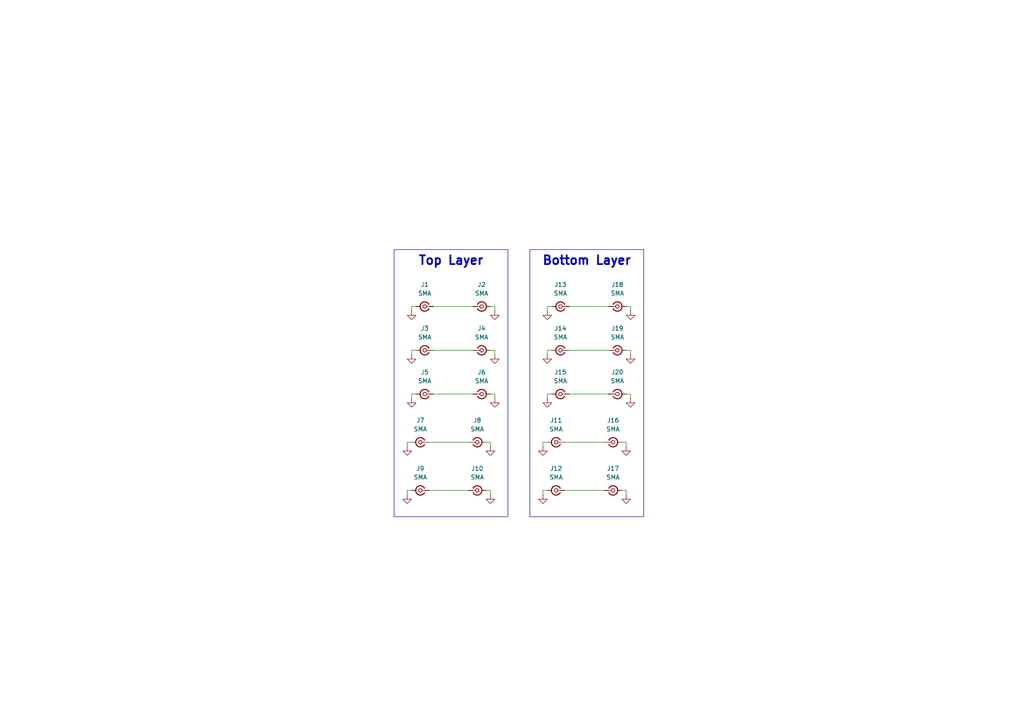
<source format=kicad_sch>
(kicad_sch (version 20250114) (generator "eeschema") (generator_version "9.0")
  (paper "A4")
  (lib_symbols
    (symbol "Connector:Conn_Coaxial_Small" (pin_numbers (hide yes)) (pin_names (offset 1.016) (hide yes))
      (property "Reference" "J" (at 0.254 3.048 0))
      (property "Value" "Conn_Coaxial_Small" (at 0 -3.81 0))
      (symbol "Conn_Coaxial_Small_0_1"
        (polyline (pts (xy -2.54 0) (xy -0.508 0)))
        (circle (center 0 0) (radius 0.508) (stroke (width 0.2032)))
      )
      (symbol "Conn_Coaxial_Small_1_1"
        (arc (start 1.3484 0.0039) (mid 0.327 -1.308) (end -1.1916 -0.6311) (stroke (width 0.3048)))
        (arc (start -1.1916 0.6311) (mid 0.327 1.3081) (end 1.3484 -0.0039) (stroke (width 0.3048)))
        (pin passive line (at -2.54 0 0) (length 1.27) (name "In") (number "1"))
        (pin passive line (at 2.54 0 180) (length 1.27) (name "Ext") (number "2"))
      )
    )
    (symbol "power:GND" (power) (pin_numbers (hide yes)) (pin_names (offset 0) (hide yes))
      (property "Value" "GND" (at 0 -3.81 0))
      (symbol "GND_0_1"
        (polyline (pts (xy 0 0) (xy 0 -1.27) (xy 1.27 -1.27) (xy 0 -2.54) (xy -1.27 -1.27) (xy 0 -1.27)))
      )
      (symbol "GND_1_1"
        (pin power_in line (at 0 0 270) (length 0) (name "~") (number "1"))
      )
    )
  )
  (rectangle (start 153.67 72.39) (end 186.69 149.86))
  (rectangle (start 114.3 72.39) (end 147.32 149.86))
  (text "Bottom Layer" (at 170.18 75.692 0) (effects (font (size 2.54 2.54) (thickness 0.508) (bold yes))))
  (text "Top Layer" (at 130.81 75.692 0) (effects (font (size 2.54 2.54) (thickness 0.508) (bold yes))))
  (wire (pts (xy 182.88 88.9) (xy 181.61 88.9)))
  (wire (pts (xy 119.38 101.6) (xy 120.65 101.6)))
  (wire (pts (xy 119.38 114.3) (xy 120.65 114.3)))
  (wire (pts (xy 125.73 101.6) (xy 137.16 101.6)))
  (wire (pts (xy 118.11 143.51) (xy 118.11 142.24)))
  (wire (pts (xy 182.88 101.6) (xy 181.61 101.6)))
  (wire (pts (xy 165.1 114.3) (xy 176.53 114.3)))
  (wire (pts (xy 182.88 114.3) (xy 181.61 114.3)))
  (wire (pts (xy 125.73 114.3) (xy 137.16 114.3)))
  (wire (pts (xy 157.48 142.24) (xy 158.75 142.24)))
  (wire (pts (xy 158.75 114.3) (xy 160.02 114.3)))
  (wire (pts (xy 163.83 142.24) (xy 175.26 142.24)))
  (wire (pts (xy 119.38 88.9) (xy 120.65 88.9)))
  (wire (pts (xy 165.1 88.9) (xy 176.53 88.9)))
  (wire (pts (xy 143.51 101.6) (xy 142.24 101.6)))
  (wire (pts (xy 181.61 128.27) (xy 181.61 129.54)))
  (wire (pts (xy 142.24 142.24) (xy 140.97 142.24)))
  (wire (pts (xy 118.11 128.27) (xy 119.38 128.27)))
  (wire (pts (xy 143.51 114.3) (xy 143.51 115.57)))
  (wire (pts (xy 158.75 102.87) (xy 158.75 101.6)))
  (wire (pts (xy 157.48 128.27) (xy 158.75 128.27)))
  (wire (pts (xy 118.11 142.24) (xy 119.38 142.24)))
  (wire (pts (xy 119.38 102.87) (xy 119.38 101.6)))
  (wire (pts (xy 165.1 101.6) (xy 176.53 101.6)))
  (wire (pts (xy 143.51 114.3) (xy 142.24 114.3)))
  (wire (pts (xy 124.46 142.24) (xy 135.89 142.24)))
  (wire (pts (xy 181.61 128.27) (xy 180.34 128.27)))
  (wire (pts (xy 158.75 90.17) (xy 158.75 88.9)))
  (wire (pts (xy 143.51 88.9) (xy 142.24 88.9)))
  (wire (pts (xy 158.75 115.57) (xy 158.75 114.3)))
  (wire (pts (xy 124.46 128.27) (xy 135.89 128.27)))
  (wire (pts (xy 125.73 88.9) (xy 137.16 88.9)))
  (wire (pts (xy 143.51 88.9) (xy 143.51 90.17)))
  (wire (pts (xy 157.48 129.54) (xy 157.48 128.27)))
  (wire (pts (xy 143.51 101.6) (xy 143.51 102.87)))
  (wire (pts (xy 182.88 114.3) (xy 182.88 115.57)))
  (wire (pts (xy 142.24 142.24) (xy 142.24 143.51)))
  (wire (pts (xy 119.38 115.57) (xy 119.38 114.3)))
  (wire (pts (xy 142.24 128.27) (xy 142.24 129.54)))
  (wire (pts (xy 158.75 88.9) (xy 160.02 88.9)))
  (wire (pts (xy 182.88 88.9) (xy 182.88 90.17)))
  (wire (pts (xy 142.24 128.27) (xy 140.97 128.27)))
  (wire (pts (xy 118.11 129.54) (xy 118.11 128.27)))
  (wire (pts (xy 119.38 90.17) (xy 119.38 88.9)))
  (wire (pts (xy 157.48 143.51) (xy 157.48 142.24)))
  (wire (pts (xy 181.61 142.24) (xy 180.34 142.24)))
  (wire (pts (xy 163.83 128.27) (xy 175.26 128.27)))
  (wire (pts (xy 181.61 142.24) (xy 181.61 143.51)))
  (wire (pts (xy 158.75 101.6) (xy 160.02 101.6)))
  (wire (pts (xy 182.88 101.6) (xy 182.88 102.87)))
  (symbol (lib_id "power:GND") (at 158.75 102.87 0) (unit 1)
    (property "Reference" "#PWR014" (effects (hide yes)))
    (property "Value" "GND" (effects (hide yes)))
    (property "Description" "Power symbol creates a global label with name \"GND\" , ground" (effects (hide yes)))
  )
  (symbol (lib_id "power:GND") (at 143.51 102.87 0) (unit 1)
    (property "Reference" "#PWR04" (effects (hide yes)))
    (property "Value" "GND" (effects (hide yes)))
    (property "Description" "Power symbol creates a global label with name \"GND\" , ground" (effects (hide yes)))
  )
  (symbol (lib_id "power:GND") (at 158.75 90.17 0) (unit 1)
    (property "Reference" "#PWR013" (effects (hide yes)))
    (property "Value" "GND" (effects (hide yes)))
    (property "Description" "Power symbol creates a global label with name \"GND\" , ground" (effects (hide yes)))
  )
  (symbol (lib_id "power:GND") (at 181.61 129.54 0) (unit 1)
    (property "Reference" "#PWR016" (effects (hide yes)))
    (property "Value" "GND" (effects (hide yes)))
    (property "Description" "Power symbol creates a global label with name \"GND\" , ground" (effects (hide yes)))
  )
  (symbol (lib_id "power:GND") (at 119.38 90.17 0) (unit 1)
    (property "Reference" "#PWR02" (effects (hide yes)))
    (property "Value" "GND" (effects (hide yes)))
    (property "Description" "Power symbol creates a global label with name \"GND\" , ground" (effects (hide yes)))
  )
  (symbol (lib_id "Connector:Conn_Coaxial_Small") (at 161.29 128.27 180) (unit 1)
    (property "Reference" "J11" (at 161.29 121.92 0))
    (property "Value" "SMA" (at 161.29 124.46 0))
    (property "Footprint" "Connector_Coaxial:SMA_Samtec_SMA-J-P-H-ST-EM1_EdgeMount" (effects (hide yes)))
    (property "Description" "small coaxial connector (BNC, SMA, SMB, SMC, Cinch/RCA, LEMO, ...)" (effects (hide yes)))
  )
  (symbol (lib_id "power:GND") (at 142.24 143.51 0) (unit 1)
    (property "Reference" "#PWR010" (effects (hide yes)))
    (property "Value" "GND" (effects (hide yes)))
    (property "Description" "Power symbol creates a global label with name \"GND\" , ground" (effects (hide yes)))
  )
  (symbol (lib_id "Connector:Conn_Coaxial_Small") (at 139.7 114.3 0) (unit 1)
    (property "Reference" "J6" (at 139.7 107.95 0))
    (property "Value" "SMA" (at 139.7 110.49 0))
    (property "Footprint" "Connector_Coaxial:SMA_Samtec_SMA-J-P-H-ST-EM1_EdgeMount" (effects (hide yes)))
    (property "Description" "small coaxial connector (BNC, SMA, SMB, SMC, Cinch/RCA, LEMO, ...)" (effects (hide yes)))
  )
  (symbol (lib_id "power:GND") (at 143.51 90.17 0) (unit 1)
    (property "Reference" "#PWR01" (effects (hide yes)))
    (property "Value" "GND" (effects (hide yes)))
    (property "Description" "Power symbol creates a global label with name \"GND\" , ground" (effects (hide yes)))
  )
  (symbol (lib_id "Connector:Conn_Coaxial_Small") (at 123.19 88.9 180) (unit 1)
    (property "Reference" "J1" (at 123.19 82.55 0))
    (property "Value" "SMA" (at 123.19 85.09 0))
    (property "Footprint" "Connector_Coaxial:SMA_Samtec_SMA-J-P-H-ST-EM1_EdgeMount" (effects (hide yes)))
    (property "Description" "small coaxial connector (BNC, SMA, SMB, SMC, Cinch/RCA, LEMO, ...)" (effects (hide yes)))
  )
  (symbol (lib_id "power:GND") (at 157.48 129.54 0) (unit 1)
    (property "Reference" "#PWR011" (effects (hide yes)))
    (property "Value" "GND" (effects (hide yes)))
    (property "Description" "Power symbol creates a global label with name \"GND\" , ground" (effects (hide yes)))
  )
  (symbol (lib_id "Connector:Conn_Coaxial_Small") (at 179.07 114.3 0) (unit 1)
    (property "Reference" "J20" (at 179.07 107.95 0))
    (property "Value" "SMA" (at 179.07 110.49 0))
    (property "Footprint" "Connector_Coaxial:SMA_Samtec_SMA-J-P-H-ST-EM1_EdgeMount" (effects (hide yes)))
    (property "Description" "small coaxial connector (BNC, SMA, SMB, SMC, Cinch/RCA, LEMO, ...)" (effects (hide yes)))
  )
  (symbol (lib_id "Connector:Conn_Coaxial_Small") (at 139.7 88.9 0) (unit 1)
    (property "Reference" "J2" (at 139.7 82.55 0))
    (property "Value" "SMA" (at 139.7 85.09 0))
    (property "Footprint" "Connector_Coaxial:SMA_Samtec_SMA-J-P-H-ST-EM1_EdgeMount" (effects (hide yes)))
    (property "Description" "small coaxial connector (BNC, SMA, SMB, SMC, Cinch/RCA, LEMO, ...)" (effects (hide yes)))
  )
  (symbol (lib_id "power:GND") (at 182.88 102.87 0) (unit 1)
    (property "Reference" "#PWR019" (effects (hide yes)))
    (property "Value" "GND" (effects (hide yes)))
    (property "Description" "Power symbol creates a global label with name \"GND\" , ground" (effects (hide yes)))
  )
  (symbol (lib_id "power:GND") (at 158.75 115.57 0) (unit 1)
    (property "Reference" "#PWR015" (effects (hide yes)))
    (property "Value" "GND" (effects (hide yes)))
    (property "Description" "Power symbol creates a global label with name \"GND\" , ground" (effects (hide yes)))
  )
  (symbol (lib_id "Connector:Conn_Coaxial_Small") (at 179.07 101.6 0) (unit 1)
    (property "Reference" "J19" (at 179.07 95.25 0))
    (property "Value" "SMA" (at 179.07 97.79 0))
    (property "Footprint" "Connector_Coaxial:SMA_Samtec_SMA-J-P-H-ST-EM1_EdgeMount" (effects (hide yes)))
    (property "Description" "small coaxial connector (BNC, SMA, SMB, SMC, Cinch/RCA, LEMO, ...)" (effects (hide yes)))
  )
  (symbol (lib_id "Connector:Conn_Coaxial_Small") (at 139.7 101.6 0) (unit 1)
    (property "Reference" "J4" (at 139.7 95.25 0))
    (property "Value" "SMA" (at 139.7 97.79 0))
    (property "Footprint" "Connector_Coaxial:SMA_Samtec_SMA-J-P-H-ST-EM1_EdgeMount" (effects (hide yes)))
    (property "Description" "small coaxial connector (BNC, SMA, SMB, SMC, Cinch/RCA, LEMO, ...)" (effects (hide yes)))
  )
  (symbol (lib_id "Connector:Conn_Coaxial_Small") (at 123.19 101.6 180) (unit 1)
    (property "Reference" "J3" (at 123.19 95.25 0))
    (property "Value" "SMA" (at 123.19 97.79 0))
    (property "Footprint" "Connector_Coaxial:SMA_Samtec_SMA-J-P-H-ST-EM1_EdgeMount" (effects (hide yes)))
    (property "Description" "small coaxial connector (BNC, SMA, SMB, SMC, Cinch/RCA, LEMO, ...)" (effects (hide yes)))
  )
  (symbol (lib_id "Connector:Conn_Coaxial_Small") (at 177.8 128.27 0) (unit 1)
    (property "Reference" "J16" (at 177.8 121.92 0))
    (property "Value" "SMA" (at 177.8 124.46 0))
    (property "Footprint" "Connector_Coaxial:SMA_Samtec_SMA-J-P-H-ST-EM1_EdgeMount" (effects (hide yes)))
    (property "Description" "small coaxial connector (BNC, SMA, SMB, SMC, Cinch/RCA, LEMO, ...)" (effects (hide yes)))
  )
  (symbol (lib_id "power:GND") (at 142.24 129.54 0) (unit 1)
    (property "Reference" "#PWR08" (effects (hide yes)))
    (property "Value" "GND" (effects (hide yes)))
    (property "Description" "Power symbol creates a global label with name \"GND\" , ground" (effects (hide yes)))
  )
  (symbol (lib_id "Connector:Conn_Coaxial_Small") (at 161.29 142.24 180) (unit 1)
    (property "Reference" "J12" (at 161.29 135.89 0))
    (property "Value" "SMA" (at 161.29 138.43 0))
    (property "Footprint" "Connector_Coaxial:SMA_Samtec_SMA-J-P-H-ST-EM1_EdgeMount" (effects (hide yes)))
    (property "Description" "small coaxial connector (BNC, SMA, SMB, SMC, Cinch/RCA, LEMO, ...)" (effects (hide yes)))
  )
  (symbol (lib_id "Connector:Conn_Coaxial_Small") (at 162.56 88.9 180) (unit 1)
    (property "Reference" "J13" (at 162.56 82.55 0))
    (property "Value" "SMA" (at 162.56 85.09 0))
    (property "Footprint" "Connector_Coaxial:SMA_Samtec_SMA-J-P-H-ST-EM1_EdgeMount" (effects (hide yes)))
    (property "Description" "small coaxial connector (BNC, SMA, SMB, SMC, Cinch/RCA, LEMO, ...)" (effects (hide yes)))
  )
  (symbol (lib_id "power:GND") (at 118.11 143.51 0) (unit 1)
    (property "Reference" "#PWR09" (effects (hide yes)))
    (property "Value" "GND" (effects (hide yes)))
    (property "Description" "Power symbol creates a global label with name \"GND\" , ground" (effects (hide yes)))
  )
  (symbol (lib_id "Connector:Conn_Coaxial_Small") (at 162.56 114.3 180) (unit 1)
    (property "Reference" "J15" (at 162.56 107.95 0))
    (property "Value" "SMA" (at 162.56 110.49 0))
    (property "Footprint" "Connector_Coaxial:SMA_Samtec_SMA-J-P-H-ST-EM1_EdgeMount" (effects (hide yes)))
    (property "Description" "small coaxial connector (BNC, SMA, SMB, SMC, Cinch/RCA, LEMO, ...)" (effects (hide yes)))
  )
  (symbol (lib_id "Connector:Conn_Coaxial_Small") (at 138.43 128.27 0) (unit 1)
    (property "Reference" "J8" (at 138.43 121.92 0))
    (property "Value" "SMA" (at 138.43 124.46 0))
    (property "Footprint" "Connector_Coaxial:SMA_Samtec_SMA-J-P-H-ST-EM1_EdgeMount" (effects (hide yes)))
    (property "Description" "small coaxial connector (BNC, SMA, SMB, SMC, Cinch/RCA, LEMO, ...)" (effects (hide yes)))
  )
  (symbol (lib_id "power:GND") (at 119.38 115.57 0) (unit 1)
    (property "Reference" "#PWR05" (effects (hide yes)))
    (property "Value" "GND" (effects (hide yes)))
    (property "Description" "Power symbol creates a global label with name \"GND\" , ground" (effects (hide yes)))
  )
  (symbol (lib_id "power:GND") (at 119.38 102.87 0) (unit 1)
    (property "Reference" "#PWR03" (effects (hide yes)))
    (property "Value" "GND" (effects (hide yes)))
    (property "Description" "Power symbol creates a global label with name \"GND\" , ground" (effects (hide yes)))
  )
  (symbol (lib_id "power:GND") (at 181.61 143.51 0) (unit 1)
    (property "Reference" "#PWR017" (effects (hide yes)))
    (property "Value" "GND" (effects (hide yes)))
    (property "Description" "Power symbol creates a global label with name \"GND\" , ground" (effects (hide yes)))
  )
  (symbol (lib_id "power:GND") (at 157.48 143.51 0) (unit 1)
    (property "Reference" "#PWR012" (effects (hide yes)))
    (property "Value" "GND" (effects (hide yes)))
    (property "Description" "Power symbol creates a global label with name \"GND\" , ground" (effects (hide yes)))
  )
  (symbol (lib_id "Connector:Conn_Coaxial_Small") (at 179.07 88.9 0) (unit 1)
    (property "Reference" "J18" (at 179.07 82.55 0))
    (property "Value" "SMA" (at 179.07 85.09 0))
    (property "Footprint" "Connector_Coaxial:SMA_Samtec_SMA-J-P-H-ST-EM1_EdgeMount" (effects (hide yes)))
    (property "Description" "small coaxial connector (BNC, SMA, SMB, SMC, Cinch/RCA, LEMO, ...)" (effects (hide yes)))
  )
  (symbol (lib_id "Connector:Conn_Coaxial_Small") (at 121.92 128.27 180) (unit 1)
    (property "Reference" "J7" (at 121.92 121.92 0))
    (property "Value" "SMA" (at 121.92 124.46 0))
    (property "Footprint" "Connector_Coaxial:SMA_Samtec_SMA-J-P-H-ST-EM1_EdgeMount" (effects (hide yes)))
    (property "Description" "small coaxial connector (BNC, SMA, SMB, SMC, Cinch/RCA, LEMO, ...)" (effects (hide yes)))
  )
  (symbol (lib_id "Connector:Conn_Coaxial_Small") (at 162.56 101.6 180) (unit 1)
    (property "Reference" "J14" (at 162.56 95.25 0))
    (property "Value" "SMA" (at 162.56 97.79 0))
    (property "Footprint" "Connector_Coaxial:SMA_Samtec_SMA-J-P-H-ST-EM1_EdgeMount" (effects (hide yes)))
    (property "Description" "small coaxial connector (BNC, SMA, SMB, SMC, Cinch/RCA, LEMO, ...)" (effects (hide yes)))
  )
  (symbol (lib_id "power:GND") (at 143.51 115.57 0) (unit 1)
    (property "Reference" "#PWR06" (effects (hide yes)))
    (property "Value" "GND" (effects (hide yes)))
    (property "Description" "Power symbol creates a global label with name \"GND\" , ground" (effects (hide yes)))
  )
  (symbol (lib_id "power:GND") (at 182.88 115.57 0) (unit 1)
    (property "Reference" "#PWR020" (effects (hide yes)))
    (property "Value" "GND" (effects (hide yes)))
    (property "Description" "Power symbol creates a global label with name \"GND\" , ground" (effects (hide yes)))
  )
  (symbol (lib_id "Connector:Conn_Coaxial_Small") (at 138.43 142.24 0) (unit 1)
    (property "Reference" "J10" (at 138.43 135.89 0))
    (property "Value" "SMA" (at 138.43 138.43 0))
    (property "Footprint" "Connector_Coaxial:SMA_Samtec_SMA-J-P-H-ST-EM1_EdgeMount" (effects (hide yes)))
    (property "Description" "small coaxial connector (BNC, SMA, SMB, SMC, Cinch/RCA, LEMO, ...)" (effects (hide yes)))
  )
  (symbol (lib_id "Connector:Conn_Coaxial_Small") (at 123.19 114.3 180) (unit 1)
    (property "Reference" "J5" (at 123.19 107.95 0))
    (property "Value" "SMA" (at 123.19 110.49 0))
    (property "Footprint" "Connector_Coaxial:SMA_Samtec_SMA-J-P-H-ST-EM1_EdgeMount" (effects (hide yes)))
    (property "Description" "small coaxial connector (BNC, SMA, SMB, SMC, Cinch/RCA, LEMO, ...)" (effects (hide yes)))
  )
  (symbol (lib_id "power:GND") (at 118.11 129.54 0) (unit 1)
    (property "Reference" "#PWR07" (effects (hide yes)))
    (property "Value" "GND" (effects (hide yes)))
    (property "Description" "Power symbol creates a global label with name \"GND\" , ground" (effects (hide yes)))
  )
  (symbol (lib_id "Connector:Conn_Coaxial_Small") (at 177.8 142.24 0) (unit 1)
    (property "Reference" "J17" (at 177.8 135.89 0))
    (property "Value" "SMA" (at 177.8 138.43 0))
    (property "Footprint" "Connector_Coaxial:SMA_Samtec_SMA-J-P-H-ST-EM1_EdgeMount" (effects (hide yes)))
    (property "Description" "small coaxial connector (BNC, SMA, SMB, SMC, Cinch/RCA, LEMO, ...)" (effects (hide yes)))
  )
  (symbol (lib_id "power:GND") (at 182.88 90.17 0) (unit 1)
    (property "Reference" "#PWR018" (effects (hide yes)))
    (property "Value" "GND" (effects (hide yes)))
    (property "Description" "Power symbol creates a global label with name \"GND\" , ground" (effects (hide yes)))
  )
  (symbol (lib_id "Connector:Conn_Coaxial_Small") (at 121.92 142.24 180) (unit 1)
    (property "Reference" "J9" (at 121.92 135.89 0))
    (property "Value" "SMA" (at 121.92 138.43 0))
    (property "Footprint" "Connector_Coaxial:SMA_Samtec_SMA-J-P-H-ST-EM1_EdgeMount" (effects (hide yes)))
    (property "Description" "small coaxial connector (BNC, SMA, SMB, SMC, Cinch/RCA, LEMO, ...)" (effects (hide yes)))
  )
)
</source>
